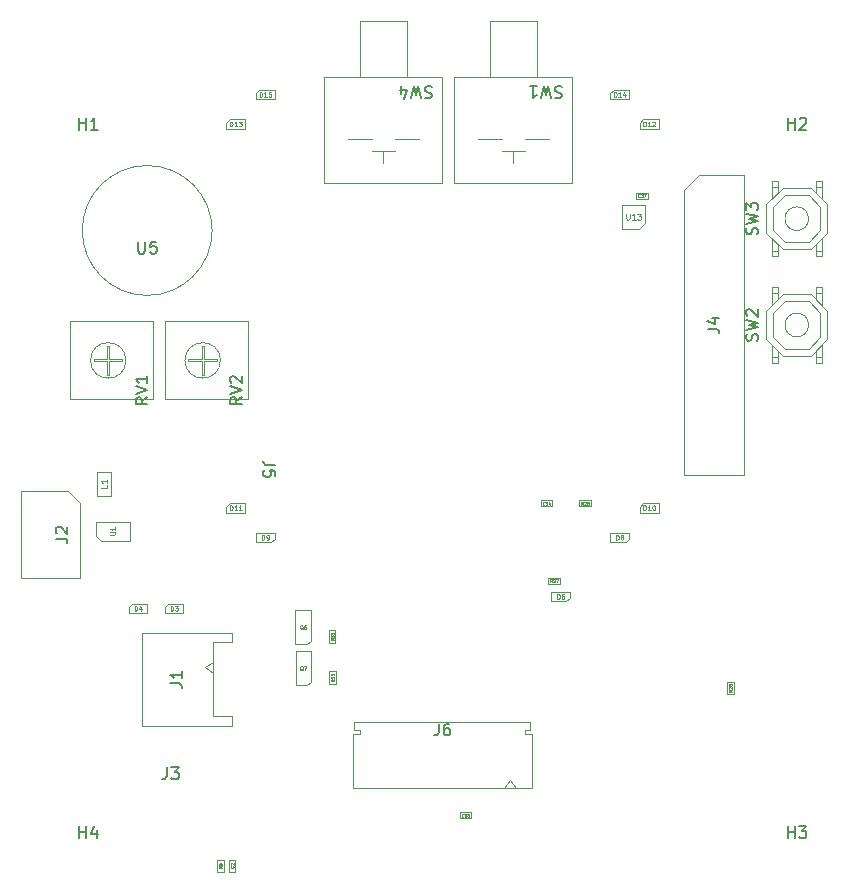
<source format=gbr>
%TF.GenerationSoftware,KiCad,Pcbnew,(6.0.10)*%
%TF.CreationDate,2023-01-09T17:37:14-08:00*%
%TF.ProjectId,ai-camera,61692d63-616d-4657-9261-2e6b69636164,rev?*%
%TF.SameCoordinates,PX5a995c0PY2aea540*%
%TF.FileFunction,AssemblyDrawing,Top*%
%FSLAX46Y46*%
G04 Gerber Fmt 4.6, Leading zero omitted, Abs format (unit mm)*
G04 Created by KiCad (PCBNEW (6.0.10)) date 2023-01-09 17:37:14*
%MOMM*%
%LPD*%
G01*
G04 APERTURE LIST*
%ADD10C,0.150000*%
%ADD11C,0.040000*%
%ADD12C,0.080000*%
%ADD13C,0.060000*%
%ADD14C,0.050000*%
%ADD15C,0.100000*%
G04 APERTURE END LIST*
D10*
X11952380Y-52333333D02*
X12666666Y-52333333D01*
X12809523Y-52380952D01*
X12904761Y-52476190D01*
X12952380Y-52619047D01*
X12952380Y-52714285D01*
X12952380Y-51333333D02*
X12952380Y-51904761D01*
X12952380Y-51619047D02*
X11952380Y-51619047D01*
X12095238Y-51714285D01*
X12190476Y-51809523D01*
X12238095Y-51904761D01*
X4238095Y-65452380D02*
X4238095Y-64452380D01*
X4238095Y-64928571D02*
X4809523Y-64928571D01*
X4809523Y-65452380D02*
X4809523Y-64452380D01*
X5714285Y-64785714D02*
X5714285Y-65452380D01*
X5476190Y-64404761D02*
X5238095Y-65119047D01*
X5857142Y-65119047D01*
X4238095Y-5452380D02*
X4238095Y-4452380D01*
X4238095Y-4928571D02*
X4809523Y-4928571D01*
X4809523Y-5452380D02*
X4809523Y-4452380D01*
X5809523Y-5452380D02*
X5238095Y-5452380D01*
X5523809Y-5452380D02*
X5523809Y-4452380D01*
X5428571Y-4595238D01*
X5333333Y-4690476D01*
X5238095Y-4738095D01*
D11*
X25792619Y-48542142D02*
X25668809Y-48628809D01*
X25792619Y-48690714D02*
X25532619Y-48690714D01*
X25532619Y-48591666D01*
X25545000Y-48566904D01*
X25557380Y-48554523D01*
X25582142Y-48542142D01*
X25619285Y-48542142D01*
X25644047Y-48554523D01*
X25656428Y-48566904D01*
X25668809Y-48591666D01*
X25668809Y-48690714D01*
X25792619Y-48294523D02*
X25792619Y-48443095D01*
X25792619Y-48368809D02*
X25532619Y-48368809D01*
X25569761Y-48393571D01*
X25594523Y-48418333D01*
X25606904Y-48443095D01*
X25532619Y-48207857D02*
X25532619Y-48046904D01*
X25631666Y-48133571D01*
X25631666Y-48096428D01*
X25644047Y-48071666D01*
X25656428Y-48059285D01*
X25681190Y-48046904D01*
X25743095Y-48046904D01*
X25767857Y-48059285D01*
X25780238Y-48071666D01*
X25792619Y-48096428D01*
X25792619Y-48170714D01*
X25780238Y-48195476D01*
X25767857Y-48207857D01*
D10*
X61654761Y-23333333D02*
X61702380Y-23190476D01*
X61702380Y-22952380D01*
X61654761Y-22857142D01*
X61607142Y-22809523D01*
X61511904Y-22761904D01*
X61416666Y-22761904D01*
X61321428Y-22809523D01*
X61273809Y-22857142D01*
X61226190Y-22952380D01*
X61178571Y-23142857D01*
X61130952Y-23238095D01*
X61083333Y-23285714D01*
X60988095Y-23333333D01*
X60892857Y-23333333D01*
X60797619Y-23285714D01*
X60750000Y-23238095D01*
X60702380Y-23142857D01*
X60702380Y-22904761D01*
X60750000Y-22761904D01*
X60702380Y-22428571D02*
X61702380Y-22190476D01*
X60988095Y-22000000D01*
X61702380Y-21809523D01*
X60702380Y-21571428D01*
X60797619Y-21238095D02*
X60750000Y-21190476D01*
X60702380Y-21095238D01*
X60702380Y-20857142D01*
X60750000Y-20761904D01*
X60797619Y-20714285D01*
X60892857Y-20666666D01*
X60988095Y-20666666D01*
X61130952Y-20714285D01*
X61702380Y-21285714D01*
X61702380Y-20666666D01*
D12*
X6576190Y-35533333D02*
X6576190Y-35771428D01*
X6076190Y-35771428D01*
X6576190Y-35104761D02*
X6576190Y-35390476D01*
X6576190Y-35247619D02*
X6076190Y-35247619D01*
X6147619Y-35295238D01*
X6195238Y-35342857D01*
X6219047Y-35390476D01*
D11*
X36789285Y-63614285D02*
X36777380Y-63626190D01*
X36741666Y-63638095D01*
X36717857Y-63638095D01*
X36682142Y-63626190D01*
X36658333Y-63602380D01*
X36646428Y-63578571D01*
X36634523Y-63530952D01*
X36634523Y-63495238D01*
X36646428Y-63447619D01*
X36658333Y-63423809D01*
X36682142Y-63400000D01*
X36717857Y-63388095D01*
X36741666Y-63388095D01*
X36777380Y-63400000D01*
X36789285Y-63411904D01*
X36872619Y-63388095D02*
X37027380Y-63388095D01*
X36944047Y-63483333D01*
X36979761Y-63483333D01*
X37003571Y-63495238D01*
X37015476Y-63507142D01*
X37027380Y-63530952D01*
X37027380Y-63590476D01*
X37015476Y-63614285D01*
X37003571Y-63626190D01*
X36979761Y-63638095D01*
X36908333Y-63638095D01*
X36884523Y-63626190D01*
X36872619Y-63614285D01*
X37110714Y-63388095D02*
X37265476Y-63388095D01*
X37182142Y-63483333D01*
X37217857Y-63483333D01*
X37241666Y-63495238D01*
X37253571Y-63507142D01*
X37265476Y-63530952D01*
X37265476Y-63590476D01*
X37253571Y-63614285D01*
X37241666Y-63626190D01*
X37217857Y-63638095D01*
X37146428Y-63638095D01*
X37122619Y-63626190D01*
X37110714Y-63614285D01*
D13*
X44704761Y-45180952D02*
X44704761Y-44780952D01*
X44800000Y-44780952D01*
X44857142Y-44800000D01*
X44895238Y-44838095D01*
X44914285Y-44876190D01*
X44933333Y-44952380D01*
X44933333Y-45009523D01*
X44914285Y-45085714D01*
X44895238Y-45123809D01*
X44857142Y-45161904D01*
X44800000Y-45180952D01*
X44704761Y-45180952D01*
X45276190Y-44780952D02*
X45200000Y-44780952D01*
X45161904Y-44800000D01*
X45142857Y-44819047D01*
X45104761Y-44876190D01*
X45085714Y-44952380D01*
X45085714Y-45104761D01*
X45104761Y-45142857D01*
X45123809Y-45161904D01*
X45161904Y-45180952D01*
X45238095Y-45180952D01*
X45276190Y-45161904D01*
X45295238Y-45142857D01*
X45314285Y-45104761D01*
X45314285Y-45009523D01*
X45295238Y-44971428D01*
X45276190Y-44952380D01*
X45238095Y-44933333D01*
X45161904Y-44933333D01*
X45123809Y-44952380D01*
X45104761Y-44971428D01*
X45085714Y-45009523D01*
D11*
X46912857Y-37217619D02*
X46826190Y-37093809D01*
X46764285Y-37217619D02*
X46764285Y-36957619D01*
X46863333Y-36957619D01*
X46888095Y-36970000D01*
X46900476Y-36982380D01*
X46912857Y-37007142D01*
X46912857Y-37044285D01*
X46900476Y-37069047D01*
X46888095Y-37081428D01*
X46863333Y-37093809D01*
X46764285Y-37093809D01*
X47011904Y-36982380D02*
X47024285Y-36970000D01*
X47049047Y-36957619D01*
X47110952Y-36957619D01*
X47135714Y-36970000D01*
X47148095Y-36982380D01*
X47160476Y-37007142D01*
X47160476Y-37031904D01*
X47148095Y-37069047D01*
X46999523Y-37217619D01*
X47160476Y-37217619D01*
X47395714Y-36957619D02*
X47271904Y-36957619D01*
X47259523Y-37081428D01*
X47271904Y-37069047D01*
X47296666Y-37056666D01*
X47358571Y-37056666D01*
X47383333Y-37069047D01*
X47395714Y-37081428D01*
X47408095Y-37106190D01*
X47408095Y-37168095D01*
X47395714Y-37192857D01*
X47383333Y-37205238D01*
X47358571Y-37217619D01*
X47296666Y-37217619D01*
X47271904Y-37205238D01*
X47259523Y-37192857D01*
D13*
X8929761Y-46180952D02*
X8929761Y-45780952D01*
X9025000Y-45780952D01*
X9082142Y-45800000D01*
X9120238Y-45838095D01*
X9139285Y-45876190D01*
X9158333Y-45952380D01*
X9158333Y-46009523D01*
X9139285Y-46085714D01*
X9120238Y-46123809D01*
X9082142Y-46161904D01*
X9025000Y-46180952D01*
X8929761Y-46180952D01*
X9501190Y-45914285D02*
X9501190Y-46180952D01*
X9405952Y-45761904D02*
X9310714Y-46047619D01*
X9558333Y-46047619D01*
X17014285Y-37680952D02*
X17014285Y-37280952D01*
X17109523Y-37280952D01*
X17166666Y-37300000D01*
X17204761Y-37338095D01*
X17223809Y-37376190D01*
X17242857Y-37452380D01*
X17242857Y-37509523D01*
X17223809Y-37585714D01*
X17204761Y-37623809D01*
X17166666Y-37661904D01*
X17109523Y-37680952D01*
X17014285Y-37680952D01*
X17623809Y-37680952D02*
X17395238Y-37680952D01*
X17509523Y-37680952D02*
X17509523Y-37280952D01*
X17471428Y-37338095D01*
X17433333Y-37376190D01*
X17395238Y-37395238D01*
X18004761Y-37680952D02*
X17776190Y-37680952D01*
X17890476Y-37680952D02*
X17890476Y-37280952D01*
X17852380Y-37338095D01*
X17814285Y-37376190D01*
X17776190Y-37395238D01*
D10*
X34083333Y-1845238D02*
X33940476Y-1797619D01*
X33702380Y-1797619D01*
X33607142Y-1845238D01*
X33559523Y-1892857D01*
X33511904Y-1988095D01*
X33511904Y-2083333D01*
X33559523Y-2178571D01*
X33607142Y-2226190D01*
X33702380Y-2273809D01*
X33892857Y-2321428D01*
X33988095Y-2369047D01*
X34035714Y-2416666D01*
X34083333Y-2511904D01*
X34083333Y-2607142D01*
X34035714Y-2702380D01*
X33988095Y-2750000D01*
X33892857Y-2797619D01*
X33654761Y-2797619D01*
X33511904Y-2750000D01*
X33178571Y-2797619D02*
X32940476Y-1797619D01*
X32750000Y-2511904D01*
X32559523Y-1797619D01*
X32321428Y-2797619D01*
X31511904Y-2464285D02*
X31511904Y-1797619D01*
X31750000Y-2845238D02*
X31988095Y-2130952D01*
X31369047Y-2130952D01*
D13*
X52014285Y-37680952D02*
X52014285Y-37280952D01*
X52109523Y-37280952D01*
X52166666Y-37300000D01*
X52204761Y-37338095D01*
X52223809Y-37376190D01*
X52242857Y-37452380D01*
X52242857Y-37509523D01*
X52223809Y-37585714D01*
X52204761Y-37623809D01*
X52166666Y-37661904D01*
X52109523Y-37680952D01*
X52014285Y-37680952D01*
X52623809Y-37680952D02*
X52395238Y-37680952D01*
X52509523Y-37680952D02*
X52509523Y-37280952D01*
X52471428Y-37338095D01*
X52433333Y-37376190D01*
X52395238Y-37395238D01*
X52871428Y-37280952D02*
X52909523Y-37280952D01*
X52947619Y-37300000D01*
X52966666Y-37319047D01*
X52985714Y-37357142D01*
X53004761Y-37433333D01*
X53004761Y-37528571D01*
X52985714Y-37604761D01*
X52966666Y-37642857D01*
X52947619Y-37661904D01*
X52909523Y-37680952D01*
X52871428Y-37680952D01*
X52833333Y-37661904D01*
X52814285Y-37642857D01*
X52795238Y-37604761D01*
X52776190Y-37528571D01*
X52776190Y-37433333D01*
X52795238Y-37357142D01*
X52814285Y-37319047D01*
X52833333Y-37300000D01*
X52871428Y-37280952D01*
D11*
X43649285Y-37189285D02*
X43637380Y-37201190D01*
X43601666Y-37213095D01*
X43577857Y-37213095D01*
X43542142Y-37201190D01*
X43518333Y-37177380D01*
X43506428Y-37153571D01*
X43494523Y-37105952D01*
X43494523Y-37070238D01*
X43506428Y-37022619D01*
X43518333Y-36998809D01*
X43542142Y-36975000D01*
X43577857Y-36963095D01*
X43601666Y-36963095D01*
X43637380Y-36975000D01*
X43649285Y-36986904D01*
X43887380Y-37213095D02*
X43744523Y-37213095D01*
X43815952Y-37213095D02*
X43815952Y-36963095D01*
X43792142Y-36998809D01*
X43768333Y-37022619D01*
X43744523Y-37034523D01*
X44101666Y-37046428D02*
X44101666Y-37213095D01*
X44042142Y-36951190D02*
X43982619Y-37129761D01*
X44137380Y-37129761D01*
D13*
X19514285Y-2680952D02*
X19514285Y-2280952D01*
X19609523Y-2280952D01*
X19666666Y-2300000D01*
X19704761Y-2338095D01*
X19723809Y-2376190D01*
X19742857Y-2452380D01*
X19742857Y-2509523D01*
X19723809Y-2585714D01*
X19704761Y-2623809D01*
X19666666Y-2661904D01*
X19609523Y-2680952D01*
X19514285Y-2680952D01*
X20123809Y-2680952D02*
X19895238Y-2680952D01*
X20009523Y-2680952D02*
X20009523Y-2280952D01*
X19971428Y-2338095D01*
X19933333Y-2376190D01*
X19895238Y-2395238D01*
X20485714Y-2280952D02*
X20295238Y-2280952D01*
X20276190Y-2471428D01*
X20295238Y-2452380D01*
X20333333Y-2433333D01*
X20428571Y-2433333D01*
X20466666Y-2452380D01*
X20485714Y-2471428D01*
X20504761Y-2509523D01*
X20504761Y-2604761D01*
X20485714Y-2642857D01*
X20466666Y-2661904D01*
X20428571Y-2680952D01*
X20333333Y-2680952D01*
X20295238Y-2661904D01*
X20276190Y-2642857D01*
D12*
X50560952Y-12576190D02*
X50560952Y-12980952D01*
X50584761Y-13028571D01*
X50608571Y-13052380D01*
X50656190Y-13076190D01*
X50751428Y-13076190D01*
X50799047Y-13052380D01*
X50822857Y-13028571D01*
X50846666Y-12980952D01*
X50846666Y-12576190D01*
X51346666Y-13076190D02*
X51060952Y-13076190D01*
X51203809Y-13076190D02*
X51203809Y-12576190D01*
X51156190Y-12647619D01*
X51108571Y-12695238D01*
X51060952Y-12719047D01*
X51513333Y-12576190D02*
X51822857Y-12576190D01*
X51656190Y-12766666D01*
X51727619Y-12766666D01*
X51775238Y-12790476D01*
X51799047Y-12814285D01*
X51822857Y-12861904D01*
X51822857Y-12980952D01*
X51799047Y-13028571D01*
X51775238Y-13052380D01*
X51727619Y-13076190D01*
X51584761Y-13076190D01*
X51537142Y-13052380D01*
X51513333Y-13028571D01*
D13*
X19704761Y-40180952D02*
X19704761Y-39780952D01*
X19800000Y-39780952D01*
X19857142Y-39800000D01*
X19895238Y-39838095D01*
X19914285Y-39876190D01*
X19933333Y-39952380D01*
X19933333Y-40009523D01*
X19914285Y-40085714D01*
X19895238Y-40123809D01*
X19857142Y-40161904D01*
X19800000Y-40180952D01*
X19704761Y-40180952D01*
X20123809Y-40180952D02*
X20200000Y-40180952D01*
X20238095Y-40161904D01*
X20257142Y-40142857D01*
X20295238Y-40085714D01*
X20314285Y-40009523D01*
X20314285Y-39857142D01*
X20295238Y-39819047D01*
X20276190Y-39800000D01*
X20238095Y-39780952D01*
X20161904Y-39780952D01*
X20123809Y-39800000D01*
X20104761Y-39819047D01*
X20085714Y-39857142D01*
X20085714Y-39952380D01*
X20104761Y-39990476D01*
X20123809Y-40009523D01*
X20161904Y-40028571D01*
X20238095Y-40028571D01*
X20276190Y-40009523D01*
X20295238Y-39990476D01*
X20314285Y-39952380D01*
X11979761Y-46180952D02*
X11979761Y-45780952D01*
X12075000Y-45780952D01*
X12132142Y-45800000D01*
X12170238Y-45838095D01*
X12189285Y-45876190D01*
X12208333Y-45952380D01*
X12208333Y-46009523D01*
X12189285Y-46085714D01*
X12170238Y-46123809D01*
X12132142Y-46161904D01*
X12075000Y-46180952D01*
X11979761Y-46180952D01*
X12341666Y-45780952D02*
X12589285Y-45780952D01*
X12455952Y-45933333D01*
X12513095Y-45933333D01*
X12551190Y-45952380D01*
X12570238Y-45971428D01*
X12589285Y-46009523D01*
X12589285Y-46104761D01*
X12570238Y-46142857D01*
X12551190Y-46161904D01*
X12513095Y-46180952D01*
X12398809Y-46180952D01*
X12360714Y-46161904D01*
X12341666Y-46142857D01*
D11*
X51719285Y-11139285D02*
X51707380Y-11151190D01*
X51671666Y-11163095D01*
X51647857Y-11163095D01*
X51612142Y-11151190D01*
X51588333Y-11127380D01*
X51576428Y-11103571D01*
X51564523Y-11055952D01*
X51564523Y-11020238D01*
X51576428Y-10972619D01*
X51588333Y-10948809D01*
X51612142Y-10925000D01*
X51647857Y-10913095D01*
X51671666Y-10913095D01*
X51707380Y-10925000D01*
X51719285Y-10936904D01*
X51802619Y-10913095D02*
X51957380Y-10913095D01*
X51874047Y-11008333D01*
X51909761Y-11008333D01*
X51933571Y-11020238D01*
X51945476Y-11032142D01*
X51957380Y-11055952D01*
X51957380Y-11115476D01*
X51945476Y-11139285D01*
X51933571Y-11151190D01*
X51909761Y-11163095D01*
X51838333Y-11163095D01*
X51814523Y-11151190D01*
X51802619Y-11139285D01*
X52040714Y-10913095D02*
X52207380Y-10913095D01*
X52100238Y-11163095D01*
D13*
X6880952Y-39754761D02*
X7204761Y-39754761D01*
X7242857Y-39735714D01*
X7261904Y-39716666D01*
X7280952Y-39678571D01*
X7280952Y-39602380D01*
X7261904Y-39564285D01*
X7242857Y-39545238D01*
X7204761Y-39526190D01*
X6880952Y-39526190D01*
X7280952Y-39126190D02*
X7280952Y-39354761D01*
X7280952Y-39240476D02*
X6880952Y-39240476D01*
X6938095Y-39278571D01*
X6976190Y-39316666D01*
X6995238Y-39354761D01*
D11*
X17289285Y-67821666D02*
X17301190Y-67833571D01*
X17313095Y-67869285D01*
X17313095Y-67893095D01*
X17301190Y-67928809D01*
X17277380Y-67952619D01*
X17253571Y-67964523D01*
X17205952Y-67976428D01*
X17170238Y-67976428D01*
X17122619Y-67964523D01*
X17098809Y-67952619D01*
X17075000Y-67928809D01*
X17063095Y-67893095D01*
X17063095Y-67869285D01*
X17075000Y-67833571D01*
X17086904Y-67821666D01*
X17086904Y-67726428D02*
X17075000Y-67714523D01*
X17063095Y-67690714D01*
X17063095Y-67631190D01*
X17075000Y-67607380D01*
X17086904Y-67595476D01*
X17110714Y-67583571D01*
X17134523Y-67583571D01*
X17170238Y-67595476D01*
X17313095Y-67738333D01*
X17313095Y-67583571D01*
D10*
X18012380Y-28135238D02*
X17536190Y-28468571D01*
X18012380Y-28706666D02*
X17012380Y-28706666D01*
X17012380Y-28325714D01*
X17060000Y-28230476D01*
X17107619Y-28182857D01*
X17202857Y-28135238D01*
X17345714Y-28135238D01*
X17440952Y-28182857D01*
X17488571Y-28230476D01*
X17536190Y-28325714D01*
X17536190Y-28706666D01*
X17012380Y-27849523D02*
X18012380Y-27516190D01*
X17012380Y-27182857D01*
X17107619Y-26897142D02*
X17060000Y-26849523D01*
X17012380Y-26754285D01*
X17012380Y-26516190D01*
X17060000Y-26420952D01*
X17107619Y-26373333D01*
X17202857Y-26325714D01*
X17298095Y-26325714D01*
X17440952Y-26373333D01*
X18012380Y-26944761D01*
X18012380Y-26325714D01*
X34666666Y-55752380D02*
X34666666Y-56466666D01*
X34619047Y-56609523D01*
X34523809Y-56704761D01*
X34380952Y-56752380D01*
X34285714Y-56752380D01*
X35571428Y-55752380D02*
X35380952Y-55752380D01*
X35285714Y-55800000D01*
X35238095Y-55847619D01*
X35142857Y-55990476D01*
X35095238Y-56180952D01*
X35095238Y-56561904D01*
X35142857Y-56657142D01*
X35190476Y-56704761D01*
X35285714Y-56752380D01*
X35476190Y-56752380D01*
X35571428Y-56704761D01*
X35619047Y-56657142D01*
X35666666Y-56561904D01*
X35666666Y-56323809D01*
X35619047Y-56228571D01*
X35571428Y-56180952D01*
X35476190Y-56133333D01*
X35285714Y-56133333D01*
X35190476Y-56180952D01*
X35142857Y-56228571D01*
X35095238Y-56323809D01*
D13*
X49514285Y-2680952D02*
X49514285Y-2280952D01*
X49609523Y-2280952D01*
X49666666Y-2300000D01*
X49704761Y-2338095D01*
X49723809Y-2376190D01*
X49742857Y-2452380D01*
X49742857Y-2509523D01*
X49723809Y-2585714D01*
X49704761Y-2623809D01*
X49666666Y-2661904D01*
X49609523Y-2680952D01*
X49514285Y-2680952D01*
X50123809Y-2680952D02*
X49895238Y-2680952D01*
X50009523Y-2680952D02*
X50009523Y-2280952D01*
X49971428Y-2338095D01*
X49933333Y-2376190D01*
X49895238Y-2395238D01*
X50466666Y-2414285D02*
X50466666Y-2680952D01*
X50371428Y-2261904D02*
X50276190Y-2547619D01*
X50523809Y-2547619D01*
D11*
X16317619Y-67843333D02*
X16193809Y-67930000D01*
X16317619Y-67991904D02*
X16057619Y-67991904D01*
X16057619Y-67892857D01*
X16070000Y-67868095D01*
X16082380Y-67855714D01*
X16107142Y-67843333D01*
X16144285Y-67843333D01*
X16169047Y-67855714D01*
X16181428Y-67868095D01*
X16193809Y-67892857D01*
X16193809Y-67991904D01*
X16057619Y-67608095D02*
X16057619Y-67731904D01*
X16181428Y-67744285D01*
X16169047Y-67731904D01*
X16156666Y-67707142D01*
X16156666Y-67645238D01*
X16169047Y-67620476D01*
X16181428Y-67608095D01*
X16206190Y-67595714D01*
X16268095Y-67595714D01*
X16292857Y-67608095D01*
X16305238Y-67620476D01*
X16317619Y-67645238D01*
X16317619Y-67707142D01*
X16305238Y-67731904D01*
X16292857Y-67744285D01*
D13*
X52014285Y-5180952D02*
X52014285Y-4780952D01*
X52109523Y-4780952D01*
X52166666Y-4800000D01*
X52204761Y-4838095D01*
X52223809Y-4876190D01*
X52242857Y-4952380D01*
X52242857Y-5009523D01*
X52223809Y-5085714D01*
X52204761Y-5123809D01*
X52166666Y-5161904D01*
X52109523Y-5180952D01*
X52014285Y-5180952D01*
X52623809Y-5180952D02*
X52395238Y-5180952D01*
X52509523Y-5180952D02*
X52509523Y-4780952D01*
X52471428Y-4838095D01*
X52433333Y-4876190D01*
X52395238Y-4895238D01*
X52776190Y-4819047D02*
X52795238Y-4800000D01*
X52833333Y-4780952D01*
X52928571Y-4780952D01*
X52966666Y-4800000D01*
X52985714Y-4819047D01*
X53004761Y-4857142D01*
X53004761Y-4895238D01*
X52985714Y-4952380D01*
X52757142Y-5180952D01*
X53004761Y-5180952D01*
D10*
X45083333Y-1845238D02*
X44940476Y-1797619D01*
X44702380Y-1797619D01*
X44607142Y-1845238D01*
X44559523Y-1892857D01*
X44511904Y-1988095D01*
X44511904Y-2083333D01*
X44559523Y-2178571D01*
X44607142Y-2226190D01*
X44702380Y-2273809D01*
X44892857Y-2321428D01*
X44988095Y-2369047D01*
X45035714Y-2416666D01*
X45083333Y-2511904D01*
X45083333Y-2607142D01*
X45035714Y-2702380D01*
X44988095Y-2750000D01*
X44892857Y-2797619D01*
X44654761Y-2797619D01*
X44511904Y-2750000D01*
X44178571Y-2797619D02*
X43940476Y-1797619D01*
X43750000Y-2511904D01*
X43559523Y-1797619D01*
X43321428Y-2797619D01*
X42416666Y-1797619D02*
X42988095Y-1797619D01*
X42702380Y-1797619D02*
X42702380Y-2797619D01*
X42797619Y-2654761D01*
X42892857Y-2559523D01*
X42988095Y-2511904D01*
X61654761Y-14333333D02*
X61702380Y-14190476D01*
X61702380Y-13952380D01*
X61654761Y-13857142D01*
X61607142Y-13809523D01*
X61511904Y-13761904D01*
X61416666Y-13761904D01*
X61321428Y-13809523D01*
X61273809Y-13857142D01*
X61226190Y-13952380D01*
X61178571Y-14142857D01*
X61130952Y-14238095D01*
X61083333Y-14285714D01*
X60988095Y-14333333D01*
X60892857Y-14333333D01*
X60797619Y-14285714D01*
X60750000Y-14238095D01*
X60702380Y-14142857D01*
X60702380Y-13904761D01*
X60750000Y-13761904D01*
X60702380Y-13428571D02*
X61702380Y-13190476D01*
X60988095Y-13000000D01*
X61702380Y-12809523D01*
X60702380Y-12571428D01*
X60702380Y-12285714D02*
X60702380Y-11666666D01*
X61083333Y-12000000D01*
X61083333Y-11857142D01*
X61130952Y-11761904D01*
X61178571Y-11714285D01*
X61273809Y-11666666D01*
X61511904Y-11666666D01*
X61607142Y-11714285D01*
X61654761Y-11761904D01*
X61702380Y-11857142D01*
X61702380Y-12142857D01*
X61654761Y-12238095D01*
X61607142Y-12285714D01*
X20847619Y-33866666D02*
X20133333Y-33866666D01*
X19990476Y-33819047D01*
X19895238Y-33723809D01*
X19847619Y-33580952D01*
X19847619Y-33485714D01*
X20847619Y-34819047D02*
X20847619Y-34342857D01*
X20371428Y-34295238D01*
X20419047Y-34342857D01*
X20466666Y-34438095D01*
X20466666Y-34676190D01*
X20419047Y-34771428D01*
X20371428Y-34819047D01*
X20276190Y-34866666D01*
X20038095Y-34866666D01*
X19942857Y-34819047D01*
X19895238Y-34771428D01*
X19847619Y-34676190D01*
X19847619Y-34438095D01*
X19895238Y-34342857D01*
X19942857Y-34295238D01*
X2252380Y-40083333D02*
X2966666Y-40083333D01*
X3109523Y-40130952D01*
X3204761Y-40226190D01*
X3252380Y-40369047D01*
X3252380Y-40464285D01*
X2347619Y-39654761D02*
X2300000Y-39607142D01*
X2252380Y-39511904D01*
X2252380Y-39273809D01*
X2300000Y-39178571D01*
X2347619Y-39130952D01*
X2442857Y-39083333D01*
X2538095Y-39083333D01*
X2680952Y-39130952D01*
X3252380Y-39702380D01*
X3252380Y-39083333D01*
D13*
X17014285Y-5180952D02*
X17014285Y-4780952D01*
X17109523Y-4780952D01*
X17166666Y-4800000D01*
X17204761Y-4838095D01*
X17223809Y-4876190D01*
X17242857Y-4952380D01*
X17242857Y-5009523D01*
X17223809Y-5085714D01*
X17204761Y-5123809D01*
X17166666Y-5161904D01*
X17109523Y-5180952D01*
X17014285Y-5180952D01*
X17623809Y-5180952D02*
X17395238Y-5180952D01*
X17509523Y-5180952D02*
X17509523Y-4780952D01*
X17471428Y-4838095D01*
X17433333Y-4876190D01*
X17395238Y-4895238D01*
X17757142Y-4780952D02*
X18004761Y-4780952D01*
X17871428Y-4933333D01*
X17928571Y-4933333D01*
X17966666Y-4952380D01*
X17985714Y-4971428D01*
X18004761Y-5009523D01*
X18004761Y-5104761D01*
X17985714Y-5142857D01*
X17966666Y-5161904D01*
X17928571Y-5180952D01*
X17814285Y-5180952D01*
X17776190Y-5161904D01*
X17757142Y-5142857D01*
D10*
X10012380Y-28135238D02*
X9536190Y-28468571D01*
X10012380Y-28706666D02*
X9012380Y-28706666D01*
X9012380Y-28325714D01*
X9060000Y-28230476D01*
X9107619Y-28182857D01*
X9202857Y-28135238D01*
X9345714Y-28135238D01*
X9440952Y-28182857D01*
X9488571Y-28230476D01*
X9536190Y-28325714D01*
X9536190Y-28706666D01*
X9012380Y-27849523D02*
X10012380Y-27516190D01*
X9012380Y-27182857D01*
X10012380Y-26325714D02*
X10012380Y-26897142D01*
X10012380Y-26611428D02*
X9012380Y-26611428D01*
X9155238Y-26706666D01*
X9250476Y-26801904D01*
X9298095Y-26897142D01*
X64238095Y-5452380D02*
X64238095Y-4452380D01*
X64238095Y-4928571D02*
X64809523Y-4928571D01*
X64809523Y-5452380D02*
X64809523Y-4452380D01*
X65238095Y-4547619D02*
X65285714Y-4500000D01*
X65380952Y-4452380D01*
X65619047Y-4452380D01*
X65714285Y-4500000D01*
X65761904Y-4547619D01*
X65809523Y-4642857D01*
X65809523Y-4738095D01*
X65761904Y-4880952D01*
X65190476Y-5452380D01*
X65809523Y-5452380D01*
X57447380Y-22338333D02*
X58161666Y-22338333D01*
X58304523Y-22385952D01*
X58399761Y-22481190D01*
X58447380Y-22624047D01*
X58447380Y-22719285D01*
X57780714Y-21433571D02*
X58447380Y-21433571D01*
X57399761Y-21671666D02*
X58114047Y-21909761D01*
X58114047Y-21290714D01*
D11*
X44282857Y-43792619D02*
X44196190Y-43668809D01*
X44134285Y-43792619D02*
X44134285Y-43532619D01*
X44233333Y-43532619D01*
X44258095Y-43545000D01*
X44270476Y-43557380D01*
X44282857Y-43582142D01*
X44282857Y-43619285D01*
X44270476Y-43644047D01*
X44258095Y-43656428D01*
X44233333Y-43668809D01*
X44134285Y-43668809D01*
X44381904Y-43557380D02*
X44394285Y-43545000D01*
X44419047Y-43532619D01*
X44480952Y-43532619D01*
X44505714Y-43545000D01*
X44518095Y-43557380D01*
X44530476Y-43582142D01*
X44530476Y-43606904D01*
X44518095Y-43644047D01*
X44369523Y-43792619D01*
X44530476Y-43792619D01*
X44617142Y-43532619D02*
X44790476Y-43532619D01*
X44679047Y-43792619D01*
D13*
X49704761Y-40180952D02*
X49704761Y-39780952D01*
X49800000Y-39780952D01*
X49857142Y-39800000D01*
X49895238Y-39838095D01*
X49914285Y-39876190D01*
X49933333Y-39952380D01*
X49933333Y-40009523D01*
X49914285Y-40085714D01*
X49895238Y-40123809D01*
X49857142Y-40161904D01*
X49800000Y-40180952D01*
X49704761Y-40180952D01*
X50161904Y-39952380D02*
X50123809Y-39933333D01*
X50104761Y-39914285D01*
X50085714Y-39876190D01*
X50085714Y-39857142D01*
X50104761Y-39819047D01*
X50123809Y-39800000D01*
X50161904Y-39780952D01*
X50238095Y-39780952D01*
X50276190Y-39800000D01*
X50295238Y-39819047D01*
X50314285Y-39857142D01*
X50314285Y-39876190D01*
X50295238Y-39914285D01*
X50276190Y-39933333D01*
X50238095Y-39952380D01*
X50161904Y-39952380D01*
X50123809Y-39971428D01*
X50104761Y-39990476D01*
X50085714Y-40028571D01*
X50085714Y-40104761D01*
X50104761Y-40142857D01*
X50123809Y-40161904D01*
X50161904Y-40180952D01*
X50238095Y-40180952D01*
X50276190Y-40161904D01*
X50295238Y-40142857D01*
X50314285Y-40104761D01*
X50314285Y-40028571D01*
X50295238Y-39990476D01*
X50276190Y-39971428D01*
X50238095Y-39952380D01*
D14*
X23182023Y-51250238D02*
X23151547Y-51235000D01*
X23121071Y-51204523D01*
X23075357Y-51158809D01*
X23044880Y-51143571D01*
X23014404Y-51143571D01*
X23029642Y-51219761D02*
X22999166Y-51204523D01*
X22968690Y-51174047D01*
X22953452Y-51113095D01*
X22953452Y-51006428D01*
X22968690Y-50945476D01*
X22999166Y-50915000D01*
X23029642Y-50899761D01*
X23090595Y-50899761D01*
X23121071Y-50915000D01*
X23151547Y-50945476D01*
X23166785Y-51006428D01*
X23166785Y-51113095D01*
X23151547Y-51174047D01*
X23121071Y-51204523D01*
X23090595Y-51219761D01*
X23029642Y-51219761D01*
X23273452Y-50899761D02*
X23486785Y-50899761D01*
X23349642Y-51219761D01*
D10*
X64238095Y-65452380D02*
X64238095Y-64452380D01*
X64238095Y-64928571D02*
X64809523Y-64928571D01*
X64809523Y-65452380D02*
X64809523Y-64452380D01*
X65190476Y-64452380D02*
X65809523Y-64452380D01*
X65476190Y-64833333D01*
X65619047Y-64833333D01*
X65714285Y-64880952D01*
X65761904Y-64928571D01*
X65809523Y-65023809D01*
X65809523Y-65261904D01*
X65761904Y-65357142D01*
X65714285Y-65404761D01*
X65619047Y-65452380D01*
X65333333Y-65452380D01*
X65238095Y-65404761D01*
X65190476Y-65357142D01*
D11*
X25817619Y-52017142D02*
X25693809Y-52103809D01*
X25817619Y-52165714D02*
X25557619Y-52165714D01*
X25557619Y-52066666D01*
X25570000Y-52041904D01*
X25582380Y-52029523D01*
X25607142Y-52017142D01*
X25644285Y-52017142D01*
X25669047Y-52029523D01*
X25681428Y-52041904D01*
X25693809Y-52066666D01*
X25693809Y-52165714D01*
X25817619Y-51769523D02*
X25817619Y-51918095D01*
X25817619Y-51843809D02*
X25557619Y-51843809D01*
X25594761Y-51868571D01*
X25619523Y-51893333D01*
X25631904Y-51918095D01*
X25557619Y-51534285D02*
X25557619Y-51658095D01*
X25681428Y-51670476D01*
X25669047Y-51658095D01*
X25656666Y-51633333D01*
X25656666Y-51571428D01*
X25669047Y-51546666D01*
X25681428Y-51534285D01*
X25706190Y-51521904D01*
X25768095Y-51521904D01*
X25792857Y-51534285D01*
X25805238Y-51546666D01*
X25817619Y-51571428D01*
X25817619Y-51633333D01*
X25805238Y-51658095D01*
X25792857Y-51670476D01*
D14*
X23169523Y-47775238D02*
X23139047Y-47760000D01*
X23108571Y-47729523D01*
X23062857Y-47683809D01*
X23032380Y-47668571D01*
X23001904Y-47668571D01*
X23017142Y-47744761D02*
X22986666Y-47729523D01*
X22956190Y-47699047D01*
X22940952Y-47638095D01*
X22940952Y-47531428D01*
X22956190Y-47470476D01*
X22986666Y-47440000D01*
X23017142Y-47424761D01*
X23078095Y-47424761D01*
X23108571Y-47440000D01*
X23139047Y-47470476D01*
X23154285Y-47531428D01*
X23154285Y-47638095D01*
X23139047Y-47699047D01*
X23108571Y-47729523D01*
X23078095Y-47744761D01*
X23017142Y-47744761D01*
X23428571Y-47424761D02*
X23367619Y-47424761D01*
X23337142Y-47440000D01*
X23321904Y-47455238D01*
X23291428Y-47500952D01*
X23276190Y-47561904D01*
X23276190Y-47683809D01*
X23291428Y-47714285D01*
X23306666Y-47729523D01*
X23337142Y-47744761D01*
X23398095Y-47744761D01*
X23428571Y-47729523D01*
X23443809Y-47714285D01*
X23459047Y-47683809D01*
X23459047Y-47607619D01*
X23443809Y-47577142D01*
X23428571Y-47561904D01*
X23398095Y-47546666D01*
X23337142Y-47546666D01*
X23306666Y-47561904D01*
X23291428Y-47577142D01*
X23276190Y-47607619D01*
D11*
X59497619Y-52897142D02*
X59373809Y-52983809D01*
X59497619Y-53045714D02*
X59237619Y-53045714D01*
X59237619Y-52946666D01*
X59250000Y-52921904D01*
X59262380Y-52909523D01*
X59287142Y-52897142D01*
X59324285Y-52897142D01*
X59349047Y-52909523D01*
X59361428Y-52921904D01*
X59373809Y-52946666D01*
X59373809Y-53045714D01*
X59262380Y-52798095D02*
X59250000Y-52785714D01*
X59237619Y-52760952D01*
X59237619Y-52699047D01*
X59250000Y-52674285D01*
X59262380Y-52661904D01*
X59287142Y-52649523D01*
X59311904Y-52649523D01*
X59349047Y-52661904D01*
X59497619Y-52810476D01*
X59497619Y-52649523D01*
X59237619Y-52426666D02*
X59237619Y-52476190D01*
X59250000Y-52500952D01*
X59262380Y-52513333D01*
X59299523Y-52538095D01*
X59349047Y-52550476D01*
X59448095Y-52550476D01*
X59472857Y-52538095D01*
X59485238Y-52525714D01*
X59497619Y-52500952D01*
X59497619Y-52451428D01*
X59485238Y-52426666D01*
X59472857Y-52414285D01*
X59448095Y-52401904D01*
X59386190Y-52401904D01*
X59361428Y-52414285D01*
X59349047Y-52426666D01*
X59336666Y-52451428D01*
X59336666Y-52500952D01*
X59349047Y-52525714D01*
X59361428Y-52538095D01*
X59386190Y-52550476D01*
D10*
X9238095Y-14952380D02*
X9238095Y-15761904D01*
X9285714Y-15857142D01*
X9333333Y-15904761D01*
X9428571Y-15952380D01*
X9619047Y-15952380D01*
X9714285Y-15904761D01*
X9761904Y-15857142D01*
X9809523Y-15761904D01*
X9809523Y-14952380D01*
X10761904Y-14952380D02*
X10285714Y-14952380D01*
X10238095Y-15428571D01*
X10285714Y-15380952D01*
X10380952Y-15333333D01*
X10619047Y-15333333D01*
X10714285Y-15380952D01*
X10761904Y-15428571D01*
X10809523Y-15523809D01*
X10809523Y-15761904D01*
X10761904Y-15857142D01*
X10714285Y-15904761D01*
X10619047Y-15952380D01*
X10380952Y-15952380D01*
X10285714Y-15904761D01*
X10238095Y-15857142D01*
X11666666Y-59452380D02*
X11666666Y-60166666D01*
X11619047Y-60309523D01*
X11523809Y-60404761D01*
X11380952Y-60452380D01*
X11285714Y-60452380D01*
X12047619Y-59452380D02*
X12666666Y-59452380D01*
X12333333Y-59833333D01*
X12476190Y-59833333D01*
X12571428Y-59880952D01*
X12619047Y-59928571D01*
X12666666Y-60023809D01*
X12666666Y-60261904D01*
X12619047Y-60357142D01*
X12571428Y-60404761D01*
X12476190Y-60452380D01*
X12190476Y-60452380D01*
X12095238Y-60404761D01*
X12047619Y-60357142D01*
D15*
X15600000Y-48850000D02*
X15600000Y-55150000D01*
X15600000Y-55150000D02*
X17200000Y-55150000D01*
X9600000Y-48050000D02*
X9600000Y-55950000D01*
X17200000Y-48850000D02*
X15600000Y-48850000D01*
X15600000Y-50500000D02*
X14892893Y-51000000D01*
X17200000Y-55950000D02*
X9600000Y-55950000D01*
X17200000Y-48050000D02*
X17200000Y-48850000D01*
X14892893Y-51000000D02*
X15600000Y-51500000D01*
X17200000Y-55150000D02*
X17200000Y-55950000D01*
X17200000Y-48050000D02*
X9600000Y-48050000D01*
X25405000Y-47850000D02*
X25945000Y-47850000D01*
X25405000Y-48900000D02*
X25405000Y-47850000D01*
X25945000Y-48900000D02*
X25405000Y-48900000D01*
X25945000Y-47850000D02*
X25945000Y-48900000D01*
X67100000Y-20300000D02*
X67100000Y-18800000D01*
X67100000Y-19300000D02*
X66600000Y-19300000D01*
X62400000Y-23200000D02*
X63800000Y-24600000D01*
X67100000Y-23700000D02*
X67100000Y-25200000D01*
X66600000Y-18800000D02*
X66600000Y-19800000D01*
X62900000Y-23700000D02*
X62900000Y-25200000D01*
X64000000Y-24000000D02*
X63000000Y-23000000D01*
X62900000Y-24700000D02*
X63400000Y-24700000D01*
X62900000Y-18800000D02*
X63400000Y-18800000D01*
X63400000Y-25200000D02*
X63400000Y-24200000D01*
X67000000Y-21000000D02*
X67000000Y-23000000D01*
X67100000Y-24700000D02*
X66600000Y-24700000D01*
X66000000Y-24000000D02*
X64000000Y-24000000D01*
X63000000Y-23000000D02*
X63000000Y-21000000D01*
X66200000Y-24600000D02*
X67600000Y-23200000D01*
X63800000Y-24600000D02*
X66200000Y-24600000D01*
X62900000Y-19300000D02*
X63400000Y-19300000D01*
X62900000Y-20300000D02*
X62900000Y-18800000D01*
X66600000Y-25200000D02*
X66600000Y-24200000D01*
X66000000Y-20000000D02*
X67000000Y-21000000D01*
X62900000Y-25200000D02*
X63400000Y-25200000D01*
X67000000Y-23000000D02*
X66000000Y-24000000D01*
X64000000Y-20000000D02*
X66000000Y-20000000D01*
X63000000Y-21000000D02*
X64000000Y-20000000D01*
X63400000Y-18800000D02*
X63400000Y-19800000D01*
X63800000Y-19400000D02*
X62400000Y-20800000D01*
X67100000Y-25200000D02*
X66600000Y-25200000D01*
X66200000Y-19400000D02*
X63800000Y-19400000D01*
X67600000Y-20800000D02*
X66200000Y-19400000D01*
X67600000Y-23200000D02*
X67600000Y-20800000D01*
X62400000Y-20800000D02*
X62400000Y-23200000D01*
X67100000Y-18800000D02*
X66600000Y-18800000D01*
X66000000Y-22000000D02*
G75*
G03*
X66000000Y-22000000I-1000000J0D01*
G01*
X6950000Y-34450000D02*
X6950000Y-36450000D01*
X5750000Y-36450000D02*
X5750000Y-34450000D01*
X5750000Y-34450000D02*
X6950000Y-34450000D01*
X6950000Y-36450000D02*
X5750000Y-36450000D01*
X37450000Y-63775000D02*
X36450000Y-63775000D01*
X37450000Y-63275000D02*
X37450000Y-63775000D01*
X36450000Y-63775000D02*
X36450000Y-63275000D01*
X36450000Y-63275000D02*
X37450000Y-63275000D01*
X44200000Y-45400000D02*
X45500000Y-45400000D01*
X45800000Y-45100000D02*
X45800000Y-44600000D01*
X44200000Y-44600000D02*
X44200000Y-45400000D01*
X45500000Y-45400000D02*
X45800000Y-45100000D01*
X45800000Y-44600000D02*
X44200000Y-44600000D01*
X47605000Y-37370000D02*
X46555000Y-37370000D01*
X47605000Y-36830000D02*
X47605000Y-37370000D01*
X46555000Y-37370000D02*
X46555000Y-36830000D01*
X46555000Y-36830000D02*
X47605000Y-36830000D01*
X8425000Y-46400000D02*
X10025000Y-46400000D01*
X10025000Y-46400000D02*
X10025000Y-45600000D01*
X8725000Y-45600000D02*
X8425000Y-45900000D01*
X8425000Y-45900000D02*
X8425000Y-46400000D01*
X10025000Y-45600000D02*
X8725000Y-45600000D01*
X18300000Y-37900000D02*
X18300000Y-37100000D01*
X16700000Y-37900000D02*
X18300000Y-37900000D01*
X16700000Y-37400000D02*
X16700000Y-37900000D01*
X18300000Y-37100000D02*
X17000000Y-37100000D01*
X17000000Y-37100000D02*
X16700000Y-37400000D01*
X30000000Y-8250000D02*
X30000000Y-7250000D01*
X29000000Y-6250000D02*
X27000000Y-6250000D01*
X33000000Y-6250000D02*
X31000000Y-6250000D01*
X31000000Y-7250000D02*
X29000000Y-7250000D01*
X32000000Y-1000000D02*
X28000000Y-1000000D01*
X28000000Y-1000000D02*
X28000000Y3700000D01*
X28000000Y3700000D02*
X32000000Y3700000D01*
X32000000Y3700000D02*
X32000000Y-1000000D01*
X25000000Y-10000000D02*
X35000000Y-10000000D01*
X35000000Y-10000000D02*
X35000000Y-1000000D01*
X35000000Y-1000000D02*
X25000000Y-1000000D01*
X25000000Y-1000000D02*
X25000000Y-10000000D01*
X51700000Y-37400000D02*
X51700000Y-37900000D01*
X51700000Y-37900000D02*
X53300000Y-37900000D01*
X53300000Y-37900000D02*
X53300000Y-37100000D01*
X52000000Y-37100000D02*
X51700000Y-37400000D01*
X53300000Y-37100000D02*
X52000000Y-37100000D01*
X43310000Y-37350000D02*
X43310000Y-36850000D01*
X44310000Y-36850000D02*
X44310000Y-37350000D01*
X44310000Y-37350000D02*
X43310000Y-37350000D01*
X43310000Y-36850000D02*
X44310000Y-36850000D01*
X20800000Y-2100000D02*
X19500000Y-2100000D01*
X20800000Y-2900000D02*
X20800000Y-2100000D01*
X19200000Y-2400000D02*
X19200000Y-2900000D01*
X19200000Y-2900000D02*
X20800000Y-2900000D01*
X19500000Y-2100000D02*
X19200000Y-2400000D01*
X52180000Y-13350000D02*
X51680000Y-13850000D01*
X50180000Y-13850000D02*
X50180000Y-11850000D01*
X52180000Y-11850000D02*
X52180000Y-13350000D01*
X51680000Y-13850000D02*
X50180000Y-13850000D01*
X50180000Y-11850000D02*
X52180000Y-11850000D01*
X19200000Y-40400000D02*
X20500000Y-40400000D01*
X19200000Y-39600000D02*
X19200000Y-40400000D01*
X20800000Y-40100000D02*
X20800000Y-39600000D01*
X20800000Y-39600000D02*
X19200000Y-39600000D01*
X20500000Y-40400000D02*
X20800000Y-40100000D01*
X13075000Y-45600000D02*
X11775000Y-45600000D01*
X11775000Y-45600000D02*
X11475000Y-45900000D01*
X11475000Y-45900000D02*
X11475000Y-46400000D01*
X11475000Y-46400000D02*
X13075000Y-46400000D01*
X13075000Y-46400000D02*
X13075000Y-45600000D01*
X52380000Y-11300000D02*
X51380000Y-11300000D01*
X51380000Y-11300000D02*
X51380000Y-10800000D01*
X52380000Y-10800000D02*
X52380000Y-11300000D01*
X51380000Y-10800000D02*
X52380000Y-10800000D01*
X8550000Y-38650000D02*
X8550000Y-40250000D01*
X5650000Y-38650000D02*
X8550000Y-38650000D01*
X5650000Y-39850000D02*
X5650000Y-38650000D01*
X6050000Y-40250000D02*
X5650000Y-39850000D01*
X8550000Y-40250000D02*
X6050000Y-40250000D01*
X16950000Y-67280000D02*
X17450000Y-67280000D01*
X16950000Y-68280000D02*
X16950000Y-67280000D01*
X17450000Y-68280000D02*
X16950000Y-68280000D01*
X17450000Y-67280000D02*
X17450000Y-68280000D01*
X11500000Y-21700000D02*
X11500000Y-28300000D01*
X11500000Y-28300000D02*
X18500000Y-28300000D01*
X18500000Y-28300000D02*
X18500000Y-21700000D01*
X15901000Y-25076000D02*
X14776000Y-25076000D01*
X14776000Y-23799000D02*
X14776000Y-24924000D01*
X13499000Y-24924000D02*
X14624000Y-24924000D01*
X14624000Y-25076000D02*
X13499000Y-25076000D01*
X15901000Y-24924000D02*
X15901000Y-25076000D01*
X14624000Y-26201000D02*
X14624000Y-25076000D01*
X14624000Y-23799000D02*
X14776000Y-23799000D01*
X14624000Y-24924000D02*
X14624000Y-23799000D01*
X14776000Y-26201000D02*
X14624000Y-26201000D01*
X18500000Y-21700000D02*
X11500000Y-21700000D01*
X11500000Y-21700000D02*
X15000000Y-21700000D01*
X13499000Y-25076000D02*
X13499000Y-24924000D01*
X14776000Y-24924000D02*
X15901000Y-24924000D01*
X14776000Y-25076000D02*
X14776000Y-26201000D01*
X16200000Y-25000000D02*
G75*
G03*
X16200000Y-25000000I-1500000J0D01*
G01*
X41950000Y-56300000D02*
X42450000Y-56300000D01*
X41950000Y-56600000D02*
X41950000Y-56300000D01*
X27550000Y-56300000D02*
X27550000Y-55600000D01*
X28050000Y-56300000D02*
X27550000Y-56300000D01*
X41250000Y-61200000D02*
X40750000Y-60492893D01*
X42450000Y-55600000D02*
X35000000Y-55600000D01*
X42550000Y-61200000D02*
X42550000Y-56600000D01*
X40750000Y-60492893D02*
X40250000Y-61200000D01*
X28050000Y-56600000D02*
X28050000Y-56300000D01*
X27450000Y-56600000D02*
X28050000Y-56600000D01*
X35000000Y-61200000D02*
X27450000Y-61200000D01*
X42550000Y-56600000D02*
X41950000Y-56600000D01*
X42450000Y-56300000D02*
X42450000Y-55600000D01*
X27550000Y-55600000D02*
X35000000Y-55600000D01*
X35000000Y-61200000D02*
X42550000Y-61200000D01*
X27450000Y-61200000D02*
X27450000Y-56600000D01*
X50800000Y-2100000D02*
X49500000Y-2100000D01*
X49500000Y-2100000D02*
X49200000Y-2400000D01*
X50800000Y-2900000D02*
X50800000Y-2100000D01*
X49200000Y-2900000D02*
X50800000Y-2900000D01*
X49200000Y-2400000D02*
X49200000Y-2900000D01*
X16470000Y-68325000D02*
X15930000Y-68325000D01*
X15930000Y-68325000D02*
X15930000Y-67275000D01*
X15930000Y-67275000D02*
X16470000Y-67275000D01*
X16470000Y-67275000D02*
X16470000Y-68325000D01*
X52000000Y-4600000D02*
X51700000Y-4900000D01*
X51700000Y-4900000D02*
X51700000Y-5400000D01*
X53300000Y-4600000D02*
X52000000Y-4600000D01*
X51700000Y-5400000D02*
X53300000Y-5400000D01*
X53300000Y-5400000D02*
X53300000Y-4600000D01*
X41000000Y-8250000D02*
X41000000Y-7250000D01*
X42000000Y-7250000D02*
X40000000Y-7250000D01*
X40000000Y-6250000D02*
X38000000Y-6250000D01*
X44000000Y-6250000D02*
X42000000Y-6250000D01*
X43000000Y-1000000D02*
X39000000Y-1000000D01*
X39000000Y-1000000D02*
X39000000Y3700000D01*
X39000000Y3700000D02*
X43000000Y3700000D01*
X43000000Y3700000D02*
X43000000Y-1000000D01*
X36000000Y-10000000D02*
X46000000Y-10000000D01*
X46000000Y-10000000D02*
X46000000Y-1000000D01*
X46000000Y-1000000D02*
X36000000Y-1000000D01*
X36000000Y-1000000D02*
X36000000Y-10000000D01*
X62900000Y-14700000D02*
X62900000Y-16200000D01*
X67100000Y-14700000D02*
X67100000Y-16200000D01*
X66600000Y-16200000D02*
X66600000Y-15200000D01*
X66000000Y-11000000D02*
X67000000Y-12000000D01*
X62900000Y-11300000D02*
X62900000Y-9800000D01*
X67100000Y-10300000D02*
X66600000Y-10300000D01*
X67100000Y-9800000D02*
X66600000Y-9800000D01*
X67000000Y-14000000D02*
X66000000Y-15000000D01*
X62900000Y-15700000D02*
X63400000Y-15700000D01*
X62900000Y-9800000D02*
X63400000Y-9800000D01*
X63400000Y-16200000D02*
X63400000Y-15200000D01*
X62400000Y-11800000D02*
X62400000Y-14200000D01*
X67600000Y-11800000D02*
X66200000Y-10400000D01*
X63800000Y-15600000D02*
X66200000Y-15600000D01*
X63000000Y-12000000D02*
X64000000Y-11000000D01*
X66200000Y-10400000D02*
X63800000Y-10400000D01*
X64000000Y-11000000D02*
X66000000Y-11000000D01*
X63800000Y-10400000D02*
X62400000Y-11800000D01*
X62400000Y-14200000D02*
X63800000Y-15600000D01*
X63400000Y-9800000D02*
X63400000Y-10800000D01*
X63000000Y-14000000D02*
X63000000Y-12000000D01*
X66200000Y-15600000D02*
X67600000Y-14200000D01*
X67000000Y-12000000D02*
X67000000Y-14000000D01*
X66000000Y-15000000D02*
X64000000Y-15000000D01*
X67100000Y-15700000D02*
X66600000Y-15700000D01*
X62900000Y-10300000D02*
X63400000Y-10300000D01*
X67100000Y-16200000D02*
X66600000Y-16200000D01*
X66600000Y-9800000D02*
X66600000Y-10800000D01*
X67100000Y-11300000D02*
X67100000Y-9800000D01*
X62900000Y-16200000D02*
X63400000Y-16200000D01*
X64000000Y-15000000D02*
X63000000Y-14000000D01*
X67600000Y-14200000D02*
X67600000Y-11800000D01*
X66000000Y-13000000D02*
G75*
G03*
X66000000Y-13000000I-1000000J0D01*
G01*
X-700000Y-43400000D02*
X-700000Y-36100000D01*
X4300000Y-43400000D02*
X-700000Y-43400000D01*
X4300000Y-37100000D02*
X4300000Y-43400000D01*
X3300000Y-36100000D02*
X4300000Y-37100000D01*
X-700000Y-36100000D02*
X3300000Y-36100000D01*
X16700000Y-4900000D02*
X16700000Y-5400000D01*
X17000000Y-4600000D02*
X16700000Y-4900000D01*
X18300000Y-4600000D02*
X17000000Y-4600000D01*
X16700000Y-5400000D02*
X18300000Y-5400000D01*
X18300000Y-5400000D02*
X18300000Y-4600000D01*
X6624000Y-25076000D02*
X5499000Y-25076000D01*
X6624000Y-23799000D02*
X6776000Y-23799000D01*
X3500000Y-21700000D02*
X7000000Y-21700000D01*
X6776000Y-25076000D02*
X6776000Y-26201000D01*
X3500000Y-28300000D02*
X10500000Y-28300000D01*
X6776000Y-24924000D02*
X7901000Y-24924000D01*
X3500000Y-21700000D02*
X3500000Y-28300000D01*
X5499000Y-25076000D02*
X5499000Y-24924000D01*
X6776000Y-23799000D02*
X6776000Y-24924000D01*
X7901000Y-25076000D02*
X6776000Y-25076000D01*
X6624000Y-24924000D02*
X6624000Y-23799000D01*
X7901000Y-24924000D02*
X7901000Y-25076000D01*
X6776000Y-26201000D02*
X6624000Y-26201000D01*
X5499000Y-24924000D02*
X6624000Y-24924000D01*
X6624000Y-26201000D02*
X6624000Y-25076000D01*
X10500000Y-21700000D02*
X3500000Y-21700000D01*
X10500000Y-28300000D02*
X10500000Y-21700000D01*
X8200000Y-25000000D02*
G75*
G03*
X8200000Y-25000000I-1500000J0D01*
G01*
X55455000Y-10575000D02*
X56725000Y-9305000D01*
X60535000Y-34705000D02*
X55455000Y-34705000D01*
X60535000Y-9305000D02*
X60535000Y-34705000D01*
X55455000Y-34705000D02*
X55455000Y-10575000D01*
X56725000Y-9305000D02*
X60535000Y-9305000D01*
X43925000Y-43945000D02*
X43925000Y-43405000D01*
X44975000Y-43405000D02*
X44975000Y-43945000D01*
X44975000Y-43945000D02*
X43925000Y-43945000D01*
X43925000Y-43405000D02*
X44975000Y-43405000D01*
X50800000Y-40100000D02*
X50800000Y-39600000D01*
X50500000Y-40400000D02*
X50800000Y-40100000D01*
X49200000Y-40400000D02*
X50500000Y-40400000D01*
X49200000Y-39600000D02*
X49200000Y-40400000D01*
X50800000Y-39600000D02*
X49200000Y-39600000D01*
X23537500Y-52525000D02*
X22562500Y-52525000D01*
X22562500Y-52525000D02*
X22562500Y-49625000D01*
X22562500Y-49625000D02*
X23862500Y-49625000D01*
X23862500Y-52200000D02*
X23537500Y-52525000D01*
X23862500Y-49625000D02*
X23862500Y-52200000D01*
X25430000Y-51325000D02*
X25970000Y-51325000D01*
X25970000Y-52375000D02*
X25430000Y-52375000D01*
X25970000Y-51325000D02*
X25970000Y-52375000D01*
X25430000Y-52375000D02*
X25430000Y-51325000D01*
X22550000Y-46150000D02*
X23850000Y-46150000D01*
X23525000Y-49050000D02*
X22550000Y-49050000D01*
X23850000Y-46150000D02*
X23850000Y-48725000D01*
X23850000Y-48725000D02*
X23525000Y-49050000D01*
X22550000Y-49050000D02*
X22550000Y-46150000D01*
X59650000Y-53255000D02*
X59110000Y-53255000D01*
X59110000Y-52205000D02*
X59650000Y-52205000D01*
X59110000Y-53255000D02*
X59110000Y-52205000D01*
X59650000Y-52205000D02*
X59650000Y-53255000D01*
X15500000Y-14000000D02*
G75*
G03*
X15500000Y-14000000I-5500000J0D01*
G01*
M02*

</source>
